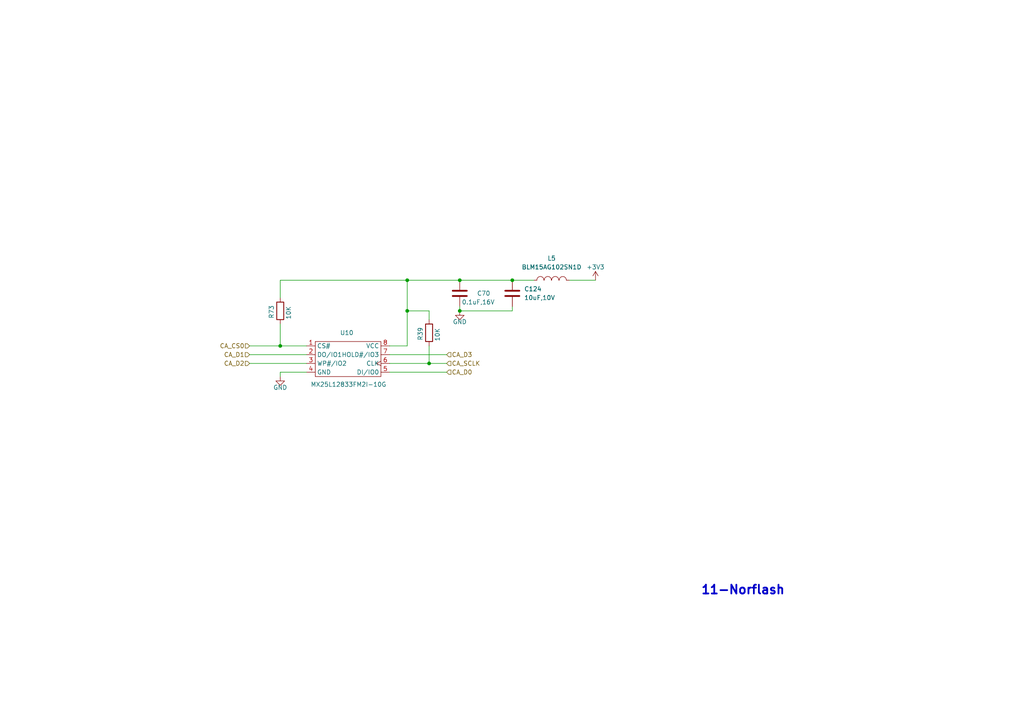
<source format=kicad_sch>
(kicad_sch (version 20230121) (generator eeschema)
  (paper "A4")
  (lib_symbols
    (symbol "00_HPM_power:+3V3" (power) (pin_names (offset 0))
      (property "Value" "+3V3" (at 0 3.81 0))
      (symbol "+3V3_0_1"
        (polyline (pts (xy -0.762 1.27) (xy 0 2.54)))
        (polyline (pts (xy 0 0) (xy 0 2.54)))
        (polyline (pts (xy 0 2.54) (xy 0.762 1.27)))
      )
      (symbol "+3V3_1_1"
        (pin power_in line (at 0 0 90) (length 0) hide (name "+3V3") (number "1"))
      )
    )
    (symbol "00_HPM_power:GND" (power)
      (property "Value" "GND" (at 1.27 -6.35 0))
      (symbol "GND_0_0"
        (pin power_in line (at 0 0 0) (length 0) hide (name "GND") (number ""))
      )
      (symbol "GND_0_1"
        (polyline (pts (xy 0 0) (xy 0 -1.27) (xy 1.27 -1.27) (xy 0 -2.54) (xy -1.27 -1.27) (xy 0 -1.27)))
      )
    )
    (symbol "02_HPM_Resistor:10K_0402" (pin_numbers hide) (pin_names (offset 0))
      (property "Reference" "R" (at 0 3.81 0))
      (property "Value" "10K" (at 0 6.35 0))
      (symbol "10K_0402_0_1"
        (rectangle (start 2.54 -1.016) (end -2.54 1.016) (stroke (width 0.254)))
      )
      (symbol "10K_0402_1_1"
        (pin passive line (at -3.81 0 0) (length 1.27) (name "~") (number "1"))
        (pin passive line (at 3.81 0 180) (length 1.27) (name "~") (number "2"))
      )
    )
    (symbol "03_HPM_Capacitance:0.1uF,16V_0402" (pin_numbers hide) (pin_names (offset 0.254))
      (property "Reference" "C" (at -1.27 10.16 0))
      (property "Value" "0.1uF,16V" (at -5.08 12.7 0))
      (symbol "0.1uF,16V_0402_0_1"
        (polyline (pts (xy -2.032 -0.762) (xy 2.032 -0.762)) (stroke (width 0.508)))
        (polyline (pts (xy -2.032 0.762) (xy 2.032 0.762)) (stroke (width 0.508)))
      )
      (symbol "0.1uF,16V_0402_1_1"
        (pin passive line (at 0 3.81 270) (length 2.794) (name "~") (number "1"))
        (pin passive line (at 0 -3.81 90) (length 2.794) (name "~") (number "2"))
      )
    )
    (symbol "03_HPM_Capacitance:10uF,10V_0402" (pin_numbers hide) (pin_names (offset 0.254))
      (property "Reference" "C" (at -3.81 15.24 0))
      (property "Value" "10uF,10V" (at -3.81 10.16 0))
      (symbol "10uF,10V_0402_0_1"
        (polyline (pts (xy -2.032 -0.762) (xy 2.032 -0.762)) (stroke (width 0.508)))
        (polyline (pts (xy -2.032 0.762) (xy 2.032 0.762)) (stroke (width 0.508)))
      )
      (symbol "10uF,10V_0402_1_1"
        (pin passive line (at 0 3.81 270) (length 2.794) (name "~") (number "1"))
        (pin passive line (at 0 -3.81 90) (length 2.794) (name "~") (number "2"))
      )
    )
    (symbol "07_HPM_Inductance:磁珠-1kΩ@100MHz_300mA_0402" (pin_numbers hide) (pin_names (offset 1.016) hide)
      (property "Reference" "L" (at -0.0254 5.08 0))
      (property "Value" "磁珠-1kΩ@100MHz_300mA_0402" (at -0.0254 2.54 0))
      (symbol "磁珠-1kΩ@100MHz_300mA_0402_1_1"
        (polyline (pts (xy 2.2098 0) (xy 2.2098 0.2032) (xy 2.2352 0.381) (xy 2.3114 0.5588) (xy 2.4384 0.7366) (xy 2.5654 0.8636) (xy 2.7432 0.9652) (xy 2.921 1.0414) (xy 3.1242 1.0668) (xy 3.3274 1.0668) (xy 3.5052 1.0414) (xy 3.7084 0.9652) (xy 3.8608 0.8382) (xy 4.0132 0.7112) (xy 4.1148 0.5334) (xy 4.191 0.3556) (xy 4.2164 0.1778) (xy 4.2164 0)) (stroke (width 0.1524)))
        (polyline (pts (xy -4.2926 0) (xy -4.2926 0.2032) (xy -4.2672 0.381) (xy -4.191 0.5588) (xy -4.064 0.7366) (xy -3.937 0.8636) (xy -3.7592 0.9652) (xy -3.5814 1.0414) (xy -3.3782 1.0922) (xy -3.2004 1.0922) (xy -2.9972 1.0414) (xy -2.8194 0.9652) (xy -2.6416 0.8636) (xy -2.5146 0.7366) (xy -2.3876 0.5588) (xy -2.3114 0.381) (xy -2.286 0.2032) (xy -2.286 0) (xy -2.286 0)) (stroke (width 0.1524)))
        (polyline (pts (xy -2.1336 0) (xy -2.159 0.2032) (xy -2.1082 0.381) (xy -2.032 0.5588) (xy -1.9304 0.7366) (xy -1.778 0.8636) (xy -1.6256 0.9652) (xy -1.4224 1.0414) (xy -1.2446 1.0922) (xy -1.0414 1.0922) (xy -0.8382 1.0414) (xy -0.6604 0.9906) (xy -0.4826 0.8636) (xy -0.3556 0.7366) (xy -0.2286 0.5842) (xy -0.1524 0.381) (xy -0.127 0.2032) (xy -0.127 0) (xy -0.127 0)) (stroke (width 0.1524)))
        (polyline (pts (xy 0 0) (xy 0 0.2032) (xy 0.0508 0.381) (xy 0.127 0.5588) (xy 0.2286 0.7366) (xy 0.381 0.8636) (xy 0.5334 0.9652) (xy 0.7112 1.0414) (xy 0.9144 1.0922) (xy 1.1176 1.0922) (xy 1.3208 1.0414) (xy 1.4986 0.9906) (xy 1.651 0.8636) (xy 1.8034 0.7366) (xy 1.905 0.5842) (xy 1.9812 0.381) (xy 2.032 0.2032) (xy 2.032 0) (xy 2.032 0)) (stroke (width 0.1524)))
        (pin input line (at -5.08 0 0) (length 0.762) (name "1") (number "1"))
        (pin input line (at 5.08 0 180) (length 0.762) (name "2") (number "2"))
      )
    )
    (symbol "10_HPM_Storage_IC:MX25L12833FM2I-10G"
      (property "Reference" "U" (at 1.27 1.27 0))
      (property "Value" "MX25L12833FM2I-10G" (at 15.24 1.27 0))
      (symbol "MX25L12833FM2I-10G_0_1"
        (rectangle (start 0 0) (end 19.05 -10.16))
        (pin input line (at -2.54 -1.27 0) (length 2.54) (name "CS#") (number "1"))
        (pin bidirectional line (at -2.54 -3.81 0) (length 2.54) (name "DO/IO1") (number "2"))
        (pin bidirectional line (at -2.54 -6.35 0) (length 2.54) (name "WP#/IO2") (number "3"))
        (pin input line (at 21.59 -8.89 180) (length 2.54) (name "DI/IO0") (number "5"))
        (pin input clock (at 21.59 -6.35 180) (length 2.54) (name "CLK") (number "6"))
        (pin bidirectional line (at 21.59 -3.81 180) (length 2.54) (name "HOLD#/IO3") (number "7"))
        (pin input line (at 21.59 -1.27 180) (length 2.54) (name "VCC") (number "8"))
      )
      (symbol "MX25L12833FM2I-10G_1_1"
        (pin input line (at -2.54 -8.89 0) (length 2.54) (name "GND") (number "4"))
      )
    )
  )
  (junction (at 148.59 81.28))
  (junction (at 133.35 81.28))
  (junction (at 124.46 105.41))
  (junction (at 118.11 90.17))
  (junction (at 81.28 100.33))
  (junction (at 118.11 81.28))
  (junction (at 133.35 90.17))
  (wire (pts (xy 148.59 88.9) (xy 148.59 90.17)))
  (wire (pts (xy 81.28 100.33) (xy 88.9 100.33)))
  (wire (pts (xy 118.11 100.33) (xy 118.11 90.17)))
  (wire (pts (xy 81.28 107.95) (xy 88.9 107.95)))
  (wire (pts (xy 81.28 93.98) (xy 81.28 100.33)))
  (wire (pts (xy 118.11 81.28) (xy 133.35 81.28)))
  (wire (pts (xy 81.28 81.28) (xy 118.11 81.28)))
  (wire (pts (xy 113.03 102.87) (xy 129.54 102.87)))
  (wire (pts (xy 113.03 107.95) (xy 129.54 107.95)))
  (wire (pts (xy 133.35 90.17) (xy 148.59 90.17)))
  (wire (pts (xy 113.03 100.33) (xy 118.11 100.33)))
  (wire (pts (xy 72.39 100.33) (xy 81.28 100.33)))
  (wire (pts (xy 72.39 102.87) (xy 88.9 102.87)))
  (wire (pts (xy 124.46 90.17) (xy 118.11 90.17)))
  (wire (pts (xy 72.39 105.41) (xy 88.9 105.41)))
  (wire (pts (xy 133.35 88.9) (xy 133.35 90.17)))
  (wire (pts (xy 118.11 81.28) (xy 118.11 90.17)))
  (wire (pts (xy 81.28 109.22) (xy 81.28 107.95)))
  (wire (pts (xy 124.46 100.33) (xy 124.46 105.41)))
  (wire (pts (xy 124.46 90.17) (xy 124.46 92.71)))
  (wire (pts (xy 172.72 81.28) (xy 165.1 81.28)))
  (wire (pts (xy 124.46 105.41) (xy 129.54 105.41)))
  (wire (pts (xy 81.28 86.36) (xy 81.28 81.28)))
  (wire (pts (xy 113.03 105.41) (xy 124.46 105.41)))
  (wire (pts (xy 133.35 81.28) (xy 148.59 81.28)))
  (wire (pts (xy 148.59 81.28) (xy 154.94 81.28)))
  (text "11-Norflash" (at 203.2 172.72 0) (effects (font (size 2.54 2.54) (thickness 0.508) bold) (justify left bottom)))
  (hierarchical_label "CA_D1" (shape input) (at 72.39 102.87 180))
  (hierarchical_label "CA_D0" (shape input) (at 129.54 107.95 0))
  (hierarchical_label "CA_CS0" (shape input) (at 72.39 100.33 180))
  (hierarchical_label "CA_D3" (shape input) (at 129.54 102.87 0))
  (hierarchical_label "CA_SCLK" (shape input) (at 129.54 105.41 0))
  (hierarchical_label "CA_D2" (shape input) (at 72.39 105.41 180))
  (symbol (lib_id "00_HPM_power:GND") (at 81.28 109.22 0) (unit 1)
    (property "Reference" "#PWR0185" (effects hide))
    (property "Value" "GND" (at 81.28 112.395 0))
    (instances (project "HPM62_63_144_ADC_EVK_RevB" (path "" (reference "#PWR0185") (unit 1))) (project "EVK_REVC" (path "" (reference "#PWR0422") (unit 1))))
  )
  (symbol (lib_id "03_HPM_Capacitance:0.1uF,16V_0402") (at 133.35 85.09 0) (mirror y) (unit 1)
    (property "Reference" "C70" (at 142.24 85.09 0) (effects (justify left)))
    (property "Value" "0.1uF,16V" (at 143.51 87.63 0) (effects (justify left)))
    (property "Footprint" "03_HPM_Capacitance:C_0402" (effects hide))
    (property "Model" "CL05B104KO5NNNC" (effects hide))
    (property "Company" "SAMSUNG(三星)" (effects hide))
    (instances (project "HPM62_63_144_ADC_EVK_RevB" (path "" (reference "C70") (unit 1)) (path "" (reference "C113") (unit 1)) (path "" (reference "C123") (unit 1))) (project "EVK_REVC" (path "" (reference "C53") (unit 1))))
  )
  (symbol (lib_id "02_HPM_Resistor:10K_0402") (at 81.28 90.17 90) (unit 1)
    (property "Reference" "R73" (at 78.74 88.519 0) (effects (justify right)))
    (property "Value" "10K" (at 83.693 88.773 0) (effects (justify right)))
    (property "Footprint" "02_HPM_Resistor:R_0402_1005Metric" (effects hide))
    (property "Model" "0402WGF1002TCE" (effects hide))
    (property "Company" "UNI-ROYAL(厚声)" (effects hide))
  )
  (symbol (lib_id "03_HPM_Capacitance:10uF,10V_0402") (at 148.59 85.09 0) (unit 1)
    (property "Reference" "C124" (at 152.019 83.82 0) (effects (justify left)))
    (property "Value" "10uF,10V" (at 152.019 86.36 0) (effects (justify left)))
    (property "Footprint" "03_HPM_Capacitance:C_0402" (effects hide))
    (property "Model" "CL05A106MP5NUNC" (effects hide))
    (property "Company" " SAMSUNG(三星)" (effects hide))
  )
  (symbol (lib_id "00_HPM_power:+3V3") (at 172.72 81.28 0) (unit 1)
    (property "Reference" "#PWR049" (effects hide))
    (property "Value" "+3V3" (at 172.72 77.47 0))
    (instances (project "HPM62_63_144_ADC_EVK_RevB" (path "" (reference "#PWR049") (unit 1)) (path "" (reference "#PWR0164") (unit 1)) (path "" (reference "#PWR0171") (unit 1)) (path "" (reference "#PWR0186") (unit 1))))
  )
  (symbol (lib_id "02_HPM_Resistor:10K_0402") (at 124.46 96.52 90) (unit 1)
    (property "Reference" "R39" (at 121.92 94.869 0) (effects (justify right)))
    (property "Value" "10K" (at 126.873 95.123 0) (effects (justify right)))
    (property "Footprint" "02_HPM_Resistor:R_0402_1005Metric" (effects hide))
    (property "Model" "0402WGF1002TCE" (effects hide))
    (property "Company" "UNI-ROYAL(厚声)" (effects hide))
  )
  (symbol (lib_id "07_HPM_Inductance:磁珠-1kΩ@100MHz_300mA_0402") (at 160.02 81.28 0) (unit 1)
    (property "Reference" "L5" (at 159.9946 74.93 0))
    (property "Value" "BLM15AG102SN1D" (at 159.9946 77.47 0))
    (property "Footprint" "07_HPM_Inductance:L0402" (effects hide))
    (property "Datasheet" "http://www.szlcsc.com/product/details_78010.html" (effects hide))
    (property "SuppliersPartNumber" "C76883" (effects hide))
    (property "uuid" "std:31453510072c4f8e98ec6bbf092c7702" (effects hide))
    (property "Company" " muRata(村田) " (effects hide))
    (instances (project "HPM62_63_144_ADC_EVK_RevB" (path "" (reference "L5") (unit 1)) (path "" (reference "L11") (unit 1))))
  )
  (symbol (lib_id "00_HPM_power:GND") (at 133.35 90.17 0) (unit 1)
    (property "Reference" "#PWR0170" (effects hide))
    (property "Value" "GND" (at 133.35 93.345 0))
    (instances (project "HPM62_63_144_ADC_EVK_RevB" (path "" (reference "#PWR0170") (unit 1)) (path "" (reference "#PWR0183") (unit 1))) (project "EVK_REVC" (path "" (reference "#PWR0180") (unit 1))))
  )
  (symbol (lib_id "10_HPM_Storage_IC:MX25L12833FM2I-10G") (at 91.44 99.06 0) (unit 1)
    (property "Reference" "U10" (at 100.584 96.52 0))
    (property "Value" "MX25L12833FM2I-10G" (at 101.092 111.506 0))
    (property "Footprint" "08_HPM_Storage:SOIC8_208mil" (effects hide))
    (property "Model" "MX25L12833FM2I-10G" (effects hide))
    (property "Company" "MXIC(旺宏电子)" (effects hide))
    (instances (project "HPM62_63_144_ADC_EVK_RevB" (path "" (reference "U10") (unit 1))) (project "EVK_REVC" (path "" (reference "U5") (unit 1))))
  )
)
</source>
